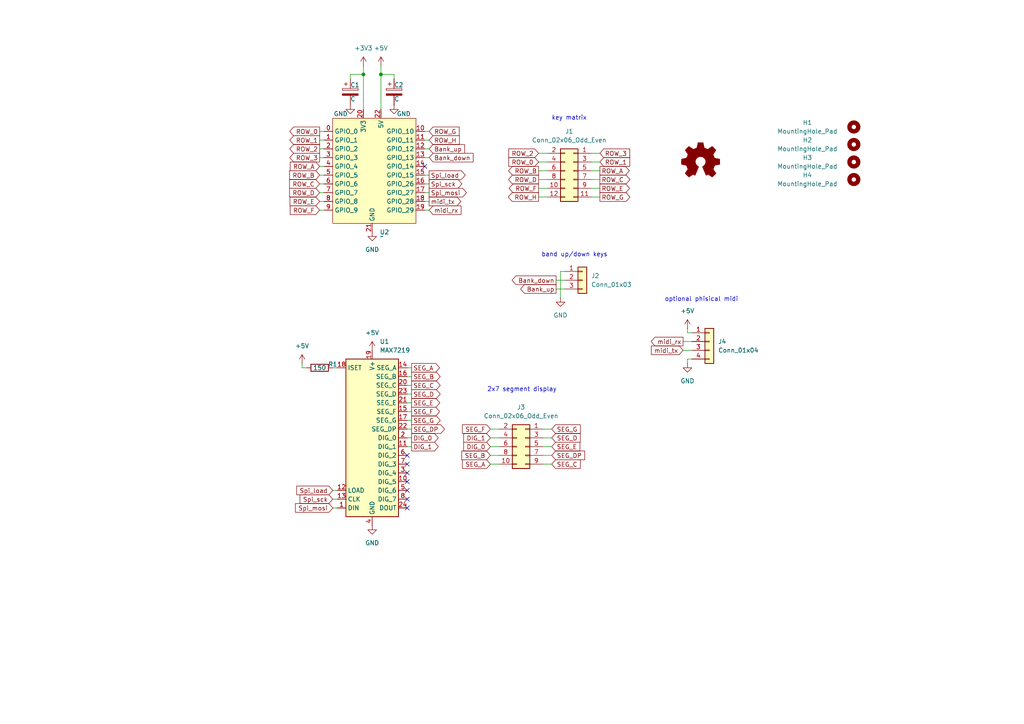
<source format=kicad_sch>
(kicad_sch (version 20231120) (generator "eeschema") (generator_version "8.0")
  (paper "A4")
  (lib_symbols
    (symbol "Connector_Generic:Conn_01x03" (pin_names (offset 1.016) hide)
      (property "Reference" "J" (at 0 5.08 0))
      (property "Value" "Conn_01x03" (at 0 -5.08 0))
      (symbol "Conn_01x03_1_1"
        (rectangle (start -1.27 -2.413) (end 0 -2.667) (stroke (width 0.1524)))
        (rectangle (start -1.27 0.127) (end 0 -0.127) (stroke (width 0.1524)))
        (rectangle (start -1.27 2.667) (end 0 2.413) (stroke (width 0.1524)))
        (rectangle (start -1.27 3.81) (end 1.27 -3.81) (stroke (width 0.254)) (fill (type background)))
        (pin passive line (at -5.08 2.54 0) (length 3.81) (name "Pin_1") (number "1"))
        (pin passive line (at -5.08 0 0) (length 3.81) (name "Pin_2") (number "2"))
        (pin passive line (at -5.08 -2.54 0) (length 3.81) (name "Pin_3") (number "3"))
      )
    )
    (symbol "Connector_Generic:Conn_01x04" (pin_names (offset 1.016) hide)
      (property "Reference" "J" (at 0 5.08 0))
      (property "Value" "Conn_01x04" (at 0 -7.62 0))
      (symbol "Conn_01x04_1_1"
        (rectangle (start -1.27 -4.953) (end 0 -5.207) (stroke (width 0.1524)))
        (rectangle (start -1.27 -2.413) (end 0 -2.667) (stroke (width 0.1524)))
        (rectangle (start -1.27 0.127) (end 0 -0.127) (stroke (width 0.1524)))
        (rectangle (start -1.27 2.667) (end 0 2.413) (stroke (width 0.1524)))
        (rectangle (start -1.27 3.81) (end 1.27 -6.35) (stroke (width 0.254)) (fill (type background)))
        (pin passive line (at -5.08 2.54 0) (length 3.81) (name "Pin_1") (number "1"))
        (pin passive line (at -5.08 0 0) (length 3.81) (name "Pin_2") (number "2"))
        (pin passive line (at -5.08 -2.54 0) (length 3.81) (name "Pin_3") (number "3"))
        (pin passive line (at -5.08 -5.08 0) (length 3.81) (name "Pin_4") (number "4"))
      )
    )
    (symbol "Connector_Generic:Conn_02x05_Odd_Even" (pin_names (offset 1.016) hide)
      (property "Reference" "J" (at 1.27 7.62 0))
      (property "Value" "Conn_02x05_Odd_Even" (at 1.27 -7.62 0))
      (symbol "Conn_02x05_Odd_Even_1_1"
        (rectangle (start -1.27 -4.953) (end 0 -5.207) (stroke (width 0.1524)))
        (rectangle (start -1.27 -2.413) (end 0 -2.667) (stroke (width 0.1524)))
        (rectangle (start -1.27 0.127) (end 0 -0.127) (stroke (width 0.1524)))
        (rectangle (start -1.27 2.667) (end 0 2.413) (stroke (width 0.1524)))
        (rectangle (start -1.27 5.207) (end 0 4.953) (stroke (width 0.1524)))
        (rectangle (start -1.27 6.35) (end 3.81 -6.35) (stroke (width 0.254)) (fill (type background)))
        (rectangle (start 3.81 -4.953) (end 2.54 -5.207) (stroke (width 0.1524)))
        (rectangle (start 3.81 -2.413) (end 2.54 -2.667) (stroke (width 0.1524)))
        (rectangle (start 3.81 0.127) (end 2.54 -0.127) (stroke (width 0.1524)))
        (rectangle (start 3.81 2.667) (end 2.54 2.413) (stroke (width 0.1524)))
        (rectangle (start 3.81 5.207) (end 2.54 4.953) (stroke (width 0.1524)))
        (pin passive line (at -5.08 5.08 0) (length 3.81) (name "Pin_1") (number "1"))
        (pin passive line (at 7.62 -5.08 180) (length 3.81) (name "Pin_10") (number "10"))
        (pin passive line (at 7.62 5.08 180) (length 3.81) (name "Pin_2") (number "2"))
        (pin passive line (at -5.08 2.54 0) (length 3.81) (name "Pin_3") (number "3"))
        (pin passive line (at 7.62 2.54 180) (length 3.81) (name "Pin_4") (number "4"))
        (pin passive line (at -5.08 0 0) (length 3.81) (name "Pin_5") (number "5"))
        (pin passive line (at 7.62 0 180) (length 3.81) (name "Pin_6") (number "6"))
        (pin passive line (at -5.08 -2.54 0) (length 3.81) (name "Pin_7") (number "7"))
        (pin passive line (at 7.62 -2.54 180) (length 3.81) (name "Pin_8") (number "8"))
        (pin passive line (at -5.08 -5.08 0) (length 3.81) (name "Pin_9") (number "9"))
      )
    )
    (symbol "Connector_Generic:Conn_02x06_Odd_Even" (pin_names (offset 1.016) hide)
      (property "Reference" "J" (at 1.27 7.62 0))
      (property "Value" "Conn_02x06_Odd_Even" (at 1.27 -10.16 0))
      (symbol "Conn_02x06_Odd_Even_1_1"
        (rectangle (start -1.27 -7.493) (end 0 -7.747) (stroke (width 0.1524)))
        (rectangle (start -1.27 -4.953) (end 0 -5.207) (stroke (width 0.1524)))
        (rectangle (start -1.27 -2.413) (end 0 -2.667) (stroke (width 0.1524)))
        (rectangle (start -1.27 0.127) (end 0 -0.127) (stroke (width 0.1524)))
        (rectangle (start -1.27 2.667) (end 0 2.413) (stroke (width 0.1524)))
        (rectangle (start -1.27 5.207) (end 0 4.953) (stroke (width 0.1524)))
        (rectangle (start -1.27 6.35) (end 3.81 -8.89) (stroke (width 0.254)) (fill (type background)))
        (rectangle (start 3.81 -7.493) (end 2.54 -7.747) (stroke (width 0.1524)))
        (rectangle (start 3.81 -4.953) (end 2.54 -5.207) (stroke (width 0.1524)))
        (rectangle (start 3.81 -2.413) (end 2.54 -2.667) (stroke (width 0.1524)))
        (rectangle (start 3.81 0.127) (end 2.54 -0.127) (stroke (width 0.1524)))
        (rectangle (start 3.81 2.667) (end 2.54 2.413) (stroke (width 0.1524)))
        (rectangle (start 3.81 5.207) (end 2.54 4.953) (stroke (width 0.1524)))
        (pin passive line (at -5.08 5.08 0) (length 3.81) (name "Pin_1") (number "1"))
        (pin passive line (at 7.62 -5.08 180) (length 3.81) (name "Pin_10") (number "10"))
        (pin passive line (at -5.08 -7.62 0) (length 3.81) (name "Pin_11") (number "11"))
        (pin passive line (at 7.62 -7.62 180) (length 3.81) (name "Pin_12") (number "12"))
        (pin passive line (at 7.62 5.08 180) (length 3.81) (name "Pin_2") (number "2"))
        (pin passive line (at -5.08 2.54 0) (length 3.81) (name "Pin_3") (number "3"))
        (pin passive line (at 7.62 2.54 180) (length 3.81) (name "Pin_4") (number "4"))
        (pin passive line (at -5.08 0 0) (length 3.81) (name "Pin_5") (number "5"))
        (pin passive line (at 7.62 0 180) (length 3.81) (name "Pin_6") (number "6"))
        (pin passive line (at -5.08 -2.54 0) (length 3.81) (name "Pin_7") (number "7"))
        (pin passive line (at 7.62 -2.54 180) (length 3.81) (name "Pin_8") (number "8"))
        (pin passive line (at -5.08 -5.08 0) (length 3.81) (name "Pin_9") (number "9"))
      )
    )
    (symbol "Device:C_Polarized" (pin_numbers hide) (pin_names (offset 0.254))
      (property "Reference" "C" (at 0.635 2.54 0))
      (property "Value" "C_Polarized" (at 0.635 -2.54 0))
      (symbol "C_Polarized_0_1"
        (rectangle (start -2.286 0.508) (end 2.286 1.016))
        (polyline (pts (xy -1.778 2.286) (xy -0.762 2.286)))
        (polyline (pts (xy -1.27 2.794) (xy -1.27 1.778)))
        (rectangle (start 2.286 -0.508) (end -2.286 -1.016) (fill (type outline)))
      )
      (symbol "C_Polarized_1_1"
        (pin passive line (at 0 3.81 270) (length 2.794) (name "~") (number "1"))
        (pin passive line (at 0 -3.81 90) (length 2.794) (name "~") (number "2"))
      )
    )
    (symbol "Device:R" (pin_numbers hide) (pin_names (offset 0))
      (property "Reference" "R" (at 2.032 0 90))
      (property "Value" "R" (at 0 0 90))
      (symbol "R_0_1"
        (rectangle (start -1.016 -2.54) (end 1.016 2.54) (stroke (width 0.254)))
      )
      (symbol "R_1_1"
        (pin passive line (at 0 3.81 270) (length 1.27) (name "~") (number "1"))
        (pin passive line (at 0 -3.81 90) (length 1.27) (name "~") (number "2"))
      )
    )
    (symbol "Driver_LED:MAX7219"
      (property "Reference" "U" (at -6.35 24.13 0))
      (property "Value" "MAX7219" (at 1.27 25.4 0))
      (symbol "MAX7219_0_1"
        (rectangle (start -7.62 22.86) (end 7.62 -22.86) (stroke (width 0.254)) (fill (type background)))
      )
      (symbol "MAX7219_1_1"
        (pin input line (at -10.16 -20.32 0) (length 2.54) (name "DIN") (number "1"))
        (pin output line (at 10.16 -12.7 180) (length 2.54) (name "DIG_5") (number "10"))
        (pin output line (at 10.16 -2.54 180) (length 2.54) (name "DIG_1") (number "11"))
        (pin input line (at -10.16 -15.24 0) (length 2.54) (name "LOAD") (number "12"))
        (pin input line (at -10.16 -17.78 0) (length 2.54) (name "CLK") (number "13"))
        (pin output line (at 10.16 20.32 180) (length 2.54) (name "SEG_A") (number "14"))
        (pin output line (at 10.16 7.62 180) (length 2.54) (name "SEG_F") (number "15"))
        (pin output line (at 10.16 17.78 180) (length 2.54) (name "SEG_B") (number "16"))
        (pin output line (at 10.16 5.08 180) (length 2.54) (name "SEG_G") (number "17"))
        (pin input line (at -10.16 20.32 0) (length 2.54) (name "ISET") (number "18"))
        (pin power_in line (at 0 25.4 270) (length 2.54) (name "V+") (number "19"))
        (pin output line (at 10.16 0 180) (length 2.54) (name "DIG_0") (number "2"))
        (pin output line (at 10.16 15.24 180) (length 2.54) (name "SEG_C") (number "20"))
        (pin output line (at 10.16 10.16 180) (length 2.54) (name "SEG_E") (number "21"))
        (pin output line (at 10.16 2.54 180) (length 2.54) (name "SEG_DP") (number "22"))
        (pin output line (at 10.16 12.7 180) (length 2.54) (name "SEG_D") (number "23"))
        (pin output line (at 10.16 -20.32 180) (length 2.54) (name "DOUT") (number "24"))
        (pin output line (at 10.16 -10.16 180) (length 2.54) (name "DIG_4") (number "3"))
        (pin power_in line (at 0 -25.4 90) (length 2.54) (name "GND") (number "4"))
        (pin output line (at 10.16 -15.24 180) (length 2.54) (name "DIG_6") (number "5"))
        (pin output line (at 10.16 -5.08 180) (length 2.54) (name "DIG_2") (number "6"))
        (pin output line (at 10.16 -7.62 180) (length 2.54) (name "DIG_3") (number "7"))
        (pin output line (at 10.16 -17.78 180) (length 2.54) (name "DIG_7") (number "8"))
        (pin passive line (at 0 -25.4 90) (length 2.54) hide (name "GND") (number "9"))
      )
    )
    (symbol "Graphic:Logo_Open_Hardware_Small" (in_bom no) (on_board no)
      (symbol "Logo_Open_Hardware_Small_0_1"
        (polyline (pts (xy 3.3528 -4.3434) (xy 3.302 -4.318) (xy 3.175 -4.2418) (xy 2.9972 -4.1148) (xy 2.7686 -3.9624) (xy 2.54 -3.81) (xy 2.3622 -3.7084) (xy 2.2352 -3.6068) (xy 2.1844 -3.5814) (xy 2.159 -3.6068) (xy 2.0574 -3.6576) (xy 1.905 -3.7338) (xy 1.8034 -3.7846) (xy 1.6764 -3.8354) (xy 1.6002 -3.8354) (xy 1.6002 -3.8354) (xy 1.5494 -3.7338) (xy 1.4732 -3.5306) (xy 1.3462 -3.302) (xy 1.2446 -3.0226) (xy 1.1176 -2.7178) (xy 0.9652 -2.413) (xy 0.8636 -2.1082) (xy 0.7366 -1.8288) (xy 0.6604 -1.6256) (xy 0.6096 -1.4732) (xy 0.5842 -1.397) (xy 0.5842 -1.397) (xy 0.6604 -1.3208) (xy 0.7874 -1.2446) (xy 1.0414 -1.016) (xy 1.2954 -0.6858) (xy 1.4478 -0.3302) (xy 1.524 0.0762) (xy 1.4732 0.4572) (xy 1.3208 0.8128) (xy 1.0668 1.143) (xy 0.762 1.3716) (xy 0.4064 1.524) (xy 0 1.5748) (xy -0.381 1.5494) (xy -0.7366 1.397) (xy -1.0668 1.143) (xy -1.2192 0.9906) (xy -1.397 0.6604) (xy -1.524 0.3048) (xy -1.524 0.2286) (xy -1.4986 -0.1778) (xy -1.397 -0.5334) (xy -1.1938 -0.8636) (xy -0.9144 -1.143) (xy -0.8636 -1.1684) (xy -0.7366 -1.27) (xy -0.635 -1.3462) (xy -0.5842 -1.397) (xy -1.0668 -2.5908) (xy -1.143 -2.794) (xy -1.2954 -3.1242) (xy -1.397 -3.4036) (xy -1.4986 -3.6322) (xy -1.5748 -3.7846) (xy -1.6002 -3.8354) (xy -1.6002 -3.8354) (xy -1.651 -3.8354) (xy -1.7272 -3.81) (xy -1.905 -3.7338) (xy -2.0066 -3.683) (xy -2.1336 -3.6068) (xy -2.2098 -3.5814) (xy -2.2606 -3.6068) (xy -2.3622 -3.683) (xy -2.54 -3.81) (xy -2.7686 -3.9624) (xy -2.9718 -4.0894) (xy -3.1496 -4.2164) (xy -3.302 -4.318) (xy -3.3528 -4.3434) (xy -3.3782 -4.3434) (xy -3.429 -4.318) (xy -3.5306 -4.2164) (xy -3.7084 -4.064) (xy -3.937 -3.8354) (xy -3.9624 -3.81) (xy -4.1656 -3.6068) (xy -4.318 -3.4544) (xy -4.4196 -3.3274) (xy -4.445 -3.2766) (xy -4.445 -3.2766) (xy -4.4196 -3.2258) (xy -4.318 -3.0734) (xy -4.2164 -2.8956) (xy -4.064 -2.667) (xy -3.6576 -2.0828) (xy -3.8862 -1.5494) (xy -3.937 -1.3716) (xy -4.0386 -1.1684) (xy -4.0894 -1.0414) (xy -4.1148 -0.9652) (xy -4.191 -0.9398) (xy -4.318 -0.9144) (xy -4.5466 -0.8636) (xy -4.8006 -0.8128) (xy -5.0546 -0.7874) (xy -5.2578 -0.7366) (xy -5.4356 -0.7112) (xy -5.5118 -0.6858) (xy -5.5118 -0.6858) (xy -5.5372 -0.635) (xy -5.5372 -0.5588) (xy -5.5372 -0.4318) (xy -5.5626 -0.2286) (xy -5.5626 0.0762) (xy -5.5626 0.127) (xy -5.5372 0.4064) (xy -5.5372 0.635) (xy -5.5372 0.762) (xy -5.5372 0.8382) (xy -5.5372 0.8382) (xy -5.461 0.8382) (xy -5.3086 0.889) (xy -5.08 0.9144) (xy -4.826 0.9652) (xy -4.8006 0.9906) (xy -4.5466 1.0414) (xy -4.318 1.0668) (xy -4.1656 1.1176) (xy -4.0894 1.143) (xy -4.0894 1.143) (xy -4.0386 1.2446) (xy -3.9624 1.4224) (xy -3.8608 1.6256) (xy -3.7846 1.8288) (xy -3.7084 2.0066) (xy -3.6576 2.159) (xy -3.6322 2.2098) (xy -3.6322 2.2098) (xy -3.683 2.286) (xy -3.7592 2.413) (xy -3.8862 2.5908) (xy -4.064 2.8194) (xy -4.064 2.8448) (xy -4.2164 3.0734) (xy -4.3434 3.2512) (xy -4.4196 3.3782) (xy -4.445 3.4544) (xy -4.445 3.4544) (xy -4.3942 3.5052) (xy -4.2926 3.6322) (xy -4.1148 3.81) (xy -3.937 4.0132) (xy -3.8608 4.064) (xy -3.6576 4.2926) (xy -3.5052 4.4196) (xy -3.4036 4.4958) (xy -3.3528 4.5212) (xy -3.3528 4.5212) (xy -3.302 4.4704) (xy -3.1496 4.3688) (xy -2.9718 4.2418) (xy -2.7432 4.0894) (xy -2.7178 4.0894) (xy -2.4892 3.937) (xy -2.3114 3.81) (xy -2.1844 3.7084) (xy -2.1336 3.683) (xy -2.1082 3.683) (xy -2.032 3.7084) (xy -1.8542 3.7592) (xy -1.6764 3.8354) (xy -1.4732 3.937) (xy -1.27 4.0132) (xy -1.143 4.064) (xy -1.0668 4.1148) (xy -1.0668 4.1148) (xy -1.0414 4.191) (xy -1.016 4.3434) (xy -0.9652 4.572) (xy -0.9144 4.8514) (xy -0.889 4.9022) (xy -0.8382 5.1562) (xy -0.8128 5.3848) (xy -0.7874 5.5372) (xy -0.762 5.588) (xy -0.7112 5.6134) (xy -0.5842 5.6134) (xy -0.4064 5.6134) (xy -0.1524 5.6134) (xy 0.0762 5.6134) (xy 0.3302 5.6134) (xy 0.5334 5.6134) (xy 0.6858 5.588) (xy 0.7366 5.588) (xy 0.7366 5.588) (xy 0.762 5.5118) (xy 0.8128 5.334) (xy 0.8382 5.1054) (xy 0.9144 4.826) (xy 0.9144 4.7752) (xy 0.9652 4.5212) (xy 1.016 4.2926) (xy 1.0414 4.1402) (xy 1.0668 4.0894) (xy 1.0668 4.0894) (xy 1.1938 4.0386) (xy 1.3716 3.9624) (xy 1.5748 3.8608) (xy 2.0828 3.6576) (xy 2.7178 4.0894) (xy 2.7686 4.1402) (xy 2.9972 4.2926) (xy 3.175 4.4196) (xy 3.302 4.4958) (xy 3.3782 4.5212) (xy 3.3782 4.5212) (xy 3.429 4.4704) (xy 3.556 4.3434) (xy 3.7338 4.191) (xy 3.9116 3.9878) (xy 4.064 3.8354) (xy 4.2418 3.6576) (xy 4.3434 3.556) (xy 4.4196 3.4798) (xy 4.4196 3.429) (xy 4.4196 3.4036) (xy 4.3942 3.3274) (xy 4.2926 3.2004) (xy 4.1656 2.9972) (xy 4.0132 2.794) (xy 3.8862 2.5908) (xy 3.7592 2.3876) (xy 3.6576 2.2352) (xy 3.6322 2.159) (xy 3.6322 2.1336) (xy 3.683 2.0066) (xy 3.7592 1.8288) (xy 3.8608 1.6002) (xy 4.064 1.1176) (xy 4.3942 1.0414) (xy 4.5974 1.016) (xy 4.8768 0.9652) (xy 5.1308 0.9144) (xy 5.5372 0.8382) (xy 5.5626 -0.6604) (xy 5.4864 -0.6858) (xy 5.4356 -0.6858) (xy 5.2832 -0.7366) (xy 5.0546 -0.762) (xy 4.8006 -0.8128) (xy 4.5974 -0.8636) (xy 4.3688 -0.9144) (xy 4.2164 -0.9398) (xy 4.1402 -0.9398) (xy 4.1148 -0.9652) (xy 4.064 -1.0668) (xy 3.9878 -1.2446) (xy 3.9116 -1.4478) (xy 3.81 -1.651) (xy 3.7338 -1.8542) (xy 3.683 -2.0066) (xy 3.6576 -2.0828) (xy 3.683 -2.1336) (xy 3.7846 -2.2606) (xy 3.8862 -2.4638) (xy 4.0386 -2.667) (xy 4.191 -2.8956) (xy 4.318 -3.0734) (xy 4.3942 -3.2004) (xy 4.445 -3.2766) (xy 4.4196 -3.3274) (xy 4.3434 -3.429) (xy 4.1656 -3.5814) (xy 3.937 -3.8354) (xy 3.8862 -3.8608) (xy 3.683 -4.064) (xy 3.5306 -4.2164) (xy 3.4036 -4.318) (xy 3.3528 -4.3434)) (fill (type outline)))
      )
    )
    (symbol "Mechanical:MountingHole" (pin_names (offset 1.016)) (exclude_from_sim yes) (in_bom no)
      (property "Reference" "H" (at 0 5.08 0))
      (property "Value" "MountingHole" (at 0 3.175 0))
      (symbol "MountingHole_0_1"
        (circle (center 0 0) (radius 1.27) (stroke (width 1.27)))
      )
    )
    (symbol "power:+3V3" (power) (pin_numbers hide) (pin_names (offset 0) hide)
      (property "Value" "+3V3" (at 0 3.556 0))
      (symbol "+3V3_0_1"
        (polyline (pts (xy -0.762 1.27) (xy 0 2.54)))
        (polyline (pts (xy 0 0) (xy 0 2.54)))
        (polyline (pts (xy 0 2.54) (xy 0.762 1.27)))
      )
      (symbol "+3V3_1_1"
        (pin power_in line (at 0 0 90) (length 0) (name "~") (number "1"))
      )
    )
    (symbol "power:+5V" (power) (pin_numbers hide) (pin_names (offset 0) hide)
      (property "Value" "+5V" (at 0 3.556 0))
      (symbol "+5V_0_1"
        (polyline (pts (xy -0.762 1.27) (xy 0 2.54)))
        (polyline (pts (xy 0 0) (xy 0 2.54)))
        (polyline (pts (xy 0 2.54) (xy 0.762 1.27)))
      )
      (symbol "+5V_1_1"
        (pin power_in line (at 0 0 90) (length 0) (name "~") (number "1"))
      )
    )
    (symbol "power:GND" (power) (pin_numbers hide) (pin_names (offset 0) hide)
      (property "Value" "GND" (at 0 -3.81 0))
      (symbol "GND_0_1"
        (polyline (pts (xy 0 0) (xy 0 -1.27) (xy 1.27 -1.27) (xy 0 -2.54) (xy -1.27 -1.27) (xy 0 -1.27)))
      )
      (symbol "GND_1_1"
        (pin power_in line (at 0 0 270) (length 0) (name "~") (number "1"))
      )
    )
    (symbol "simple-midi-controller:RP2040-zero"
      (property "Reference" "U" (at 11.176 16.51 0))
      (symbol "RP2040-zero_0_0"
        (pin bidirectional line (at -13.97 11.43 0) (length 2.54) (name "GPIO_0") (number "0"))
        (pin bidirectional line (at -13.97 8.89 0) (length 2.54) (name "GPIO_1") (number "1"))
        (pin bidirectional line (at 15.24 11.43 180) (length 2.54) (name "GPIO_10") (number "10"))
        (pin bidirectional line (at 15.24 8.89 180) (length 2.54) (name "GPIO_11") (number "11"))
        (pin bidirectional line (at 15.24 6.35 180) (length 2.54) (name "GPIO_12") (number "12"))
        (pin bidirectional line (at 15.24 3.81 180) (length 2.54) (name "GPIO_13") (number "13"))
        (pin bidirectional line (at 15.24 1.27 180) (length 2.54) (name "GPIO_14") (number "14"))
        (pin bidirectional line (at 15.24 -1.27 180) (length 2.54) (name "GPIO_15") (number "15"))
        (pin bidirectional line (at 15.24 -3.81 180) (length 2.54) (name "GPIO_26") (number "16"))
        (pin bidirectional line (at 15.24 -6.35 180) (length 2.54) (name "GPIO_27") (number "17"))
        (pin bidirectional line (at 15.24 -8.89 180) (length 2.54) (name "GPIO_28") (number "18"))
        (pin bidirectional line (at 15.24 -11.43 180) (length 2.54) (name "GPIO_29") (number "19"))
        (pin bidirectional line (at -13.97 6.35 0) (length 2.54) (name "GPIO_2") (number "2"))
        (pin power_in line (at -2.54 17.78 270) (length 2.54) (name "3V3") (number "20"))
        (pin power_in line (at 0 -17.78 90) (length 2.54) (name "GND") (number "21"))
        (pin power_in line (at 2.54 17.78 270) (length 2.54) (name "5V") (number "22"))
        (pin bidirectional line (at -13.97 3.81 0) (length 2.54) (name "GPIO_3") (number "3"))
        (pin bidirectional line (at -13.97 1.27 0) (length 2.54) (name "GPIO_4") (number "4"))
        (pin bidirectional line (at -13.97 -1.27 0) (length 2.54) (name "GPIO_5") (number "5"))
        (pin bidirectional line (at -13.97 -3.81 0) (length 2.54) (name "GPIO_6") (number "6"))
        (pin bidirectional line (at -13.97 -6.35 0) (length 2.54) (name "GPIO_7") (number "7"))
        (pin bidirectional line (at -13.97 -8.89 0) (length 2.54) (name "GPIO_8") (number "8"))
        (pin bidirectional line (at -13.97 -11.43 0) (length 2.54) (name "GPIO_9") (number "9"))
      )
      (symbol "RP2040-zero_1_1"
        (rectangle (start -11.43 15.24) (end 12.7 -15.24) (fill (type background)))
      )
    )
  )
  (junction (at 105.41 21.59))
  (junction (at 110.49 21.59))
  (no_connect (at 118.11 147.32))
  (no_connect (at 118.11 139.7))
  (no_connect (at 118.11 137.16))
  (no_connect (at 118.11 142.24))
  (no_connect (at 118.11 134.62))
  (no_connect (at 118.11 144.78))
  (no_connect (at 123.19 48.26))
  (no_connect (at 118.11 132.08))
  (wire (pts (xy 162.56 86.36) (xy 162.56 78.74)))
  (wire (pts (xy 118.11 124.46) (xy 119.38 124.46)))
  (wire (pts (xy 198.12 99.06) (xy 200.66 99.06)))
  (wire (pts (xy 118.11 116.84) (xy 119.38 116.84)))
  (wire (pts (xy 92.71 55.88) (xy 93.98 55.88)))
  (wire (pts (xy 123.19 40.64) (xy 124.46 40.64)))
  (wire (pts (xy 92.71 58.42) (xy 93.98 58.42)))
  (wire (pts (xy 105.41 19.05) (xy 105.41 21.59)))
  (wire (pts (xy 156.21 52.07) (xy 158.75 52.07)))
  (wire (pts (xy 142.24 134.62) (xy 144.78 134.62)))
  (wire (pts (xy 123.19 55.88) (xy 124.46 55.88)))
  (wire (pts (xy 92.71 48.26) (xy 93.98 48.26)))
  (wire (pts (xy 118.11 114.3) (xy 119.38 114.3)))
  (wire (pts (xy 118.11 129.54) (xy 119.38 129.54)))
  (wire (pts (xy 118.11 127) (xy 119.38 127)))
  (wire (pts (xy 162.56 78.74) (xy 163.83 78.74)))
  (wire (pts (xy 161.29 83.82) (xy 163.83 83.82)))
  (wire (pts (xy 171.45 46.99) (xy 173.99 46.99)))
  (wire (pts (xy 118.11 109.22) (xy 119.38 109.22)))
  (wire (pts (xy 156.21 46.99) (xy 158.75 46.99)))
  (wire (pts (xy 142.24 127) (xy 144.78 127)))
  (wire (pts (xy 92.71 38.1) (xy 93.98 38.1)))
  (wire (pts (xy 123.19 53.34) (xy 124.46 53.34)))
  (wire (pts (xy 92.71 43.18) (xy 93.98 43.18)))
  (wire (pts (xy 161.29 81.28) (xy 163.83 81.28)))
  (wire (pts (xy 88.9 106.68) (xy 87.63 106.68)))
  (wire (pts (xy 156.21 49.53) (xy 158.75 49.53)))
  (wire (pts (xy 92.71 60.96) (xy 93.98 60.96)))
  (wire (pts (xy 92.71 50.8) (xy 93.98 50.8)))
  (wire (pts (xy 157.48 134.62) (xy 160.02 134.62)))
  (wire (pts (xy 142.24 129.54) (xy 144.78 129.54)))
  (wire (pts (xy 198.12 101.6) (xy 200.66 101.6)))
  (wire (pts (xy 96.52 144.78) (xy 97.79 144.78)))
  (wire (pts (xy 110.49 19.05) (xy 110.49 21.59)))
  (wire (pts (xy 101.6 22.86) (xy 101.6 21.59)))
  (wire (pts (xy 157.48 132.08) (xy 160.02 132.08)))
  (wire (pts (xy 123.19 38.1) (xy 124.46 38.1)))
  (wire (pts (xy 199.39 96.52) (xy 199.39 95.25)))
  (wire (pts (xy 157.48 127) (xy 160.02 127)))
  (wire (pts (xy 96.52 142.24) (xy 97.79 142.24)))
  (wire (pts (xy 123.19 43.18) (xy 124.46 43.18)))
  (wire (pts (xy 92.71 45.72) (xy 93.98 45.72)))
  (wire (pts (xy 156.21 54.61) (xy 158.75 54.61)))
  (wire (pts (xy 142.24 132.08) (xy 144.78 132.08)))
  (wire (pts (xy 118.11 121.92) (xy 119.38 121.92)))
  (wire (pts (xy 96.52 147.32) (xy 97.79 147.32)))
  (wire (pts (xy 200.66 96.52) (xy 199.39 96.52)))
  (wire (pts (xy 123.19 50.8) (xy 124.46 50.8)))
  (wire (pts (xy 171.45 49.53) (xy 173.99 49.53)))
  (wire (pts (xy 118.11 106.68) (xy 119.38 106.68)))
  (wire (pts (xy 101.6 21.59) (xy 105.41 21.59)))
  (wire (pts (xy 118.11 119.38) (xy 119.38 119.38)))
  (wire (pts (xy 92.71 53.34) (xy 93.98 53.34)))
  (wire (pts (xy 114.3 22.86) (xy 114.3 21.59)))
  (wire (pts (xy 105.41 21.59) (xy 105.41 31.75)))
  (wire (pts (xy 92.71 40.64) (xy 93.98 40.64)))
  (wire (pts (xy 118.11 111.76) (xy 119.38 111.76)))
  (wire (pts (xy 157.48 129.54) (xy 160.02 129.54)))
  (wire (pts (xy 171.45 54.61) (xy 173.99 54.61)))
  (wire (pts (xy 123.19 60.96) (xy 124.46 60.96)))
  (wire (pts (xy 199.39 104.14) (xy 200.66 104.14)))
  (wire (pts (xy 171.45 52.07) (xy 173.99 52.07)))
  (wire (pts (xy 156.21 44.45) (xy 158.75 44.45)))
  (wire (pts (xy 171.45 57.15) (xy 173.99 57.15)))
  (wire (pts (xy 199.39 105.41) (xy 199.39 104.14)))
  (wire (pts (xy 114.3 21.59) (xy 110.49 21.59)))
  (wire (pts (xy 123.19 45.72) (xy 124.46 45.72)))
  (wire (pts (xy 87.63 106.68) (xy 87.63 105.41)))
  (wire (pts (xy 171.45 44.45) (xy 173.99 44.45)))
  (wire (pts (xy 110.49 21.59) (xy 110.49 31.75)))
  (wire (pts (xy 157.48 124.46) (xy 160.02 124.46)))
  (wire (pts (xy 123.19 58.42) (xy 124.46 58.42)))
  (wire (pts (xy 96.52 106.68) (xy 97.79 106.68)))
  (wire (pts (xy 156.21 57.15) (xy 158.75 57.15)))
  (wire (pts (xy 142.24 124.46) (xy 144.78 124.46)))
  (text "2x7 segment display\n" (at 151.384 113.03 0) (effects (font (size 1.27 1.27))))
  (text "optional phisical midi\n" (at 203.454 86.868 0) (effects (font (size 1.27 1.27))))
  (text "band up/down keys" (at 166.624 73.914 0) (effects (font (size 1.27 1.27))))
  (text "key matrix" (at 165.1 34.29 0) (effects (font (size 1.27 1.27))))
  (global_label "midi_tx" (shape output) (at 124.46 58.42 0) (property "Intersheetrefs" "${INTERSHEET_REFS}" (effects (hide yes))))
  (global_label "ROW_D" (shape input) (at 92.71 55.88 180) (property "Intersheetrefs" "${INTERSHEET_REFS}" (effects (hide yes))))
  (global_label "ROW_1" (shape input) (at 173.99 46.99 0) (property "Intersheetrefs" "${INTERSHEET_REFS}" (effects (hide yes))))
  (global_label "ROW_F" (shape input) (at 92.71 60.96 180) (property "Intersheetrefs" "${INTERSHEET_REFS}" (effects (hide yes))))
  (global_label "SEG_G" (shape output) (at 119.38 121.92 0) (property "Intersheetrefs" "${INTERSHEET_REFS}" (effects (hide yes))))
  (global_label "midi_rx" (shape output) (at 198.12 99.06 180) (property "Intersheetrefs" "${INTERSHEET_REFS}" (effects (hide yes))))
  (global_label "Bank_up" (shape input) (at 124.46 43.18 0) (property "Intersheetrefs" "${INTERSHEET_REFS}" (effects (hide yes))))
  (global_label "DIG_1" (shape input) (at 142.24 127 180) (property "Intersheetrefs" "${INTERSHEET_REFS}" (effects (hide yes))))
  (global_label "SEG_B" (shape input) (at 142.24 132.08 180) (property "Intersheetrefs" "${INTERSHEET_REFS}" (effects (hide yes))))
  (global_label "ROW_3" (shape input) (at 173.99 44.45 0) (property "Intersheetrefs" "${INTERSHEET_REFS}" (effects (hide yes))))
  (global_label "Spi_mosi" (shape input) (at 96.52 147.32 180) (property "Intersheetrefs" "${INTERSHEET_REFS}" (effects (hide yes))))
  (global_label "midi_tx" (shape input) (at 198.12 101.6 180) (property "Intersheetrefs" "${INTERSHEET_REFS}" (effects (hide yes))))
  (global_label "SEG_D" (shape input) (at 160.02 127 0) (property "Intersheetrefs" "${INTERSHEET_REFS}" (effects (hide yes))))
  (global_label "ROW_H" (shape input) (at 124.46 40.64 0) (property "Intersheetrefs" "${INTERSHEET_REFS}" (effects (hide yes))))
  (global_label "SEG_C" (shape input) (at 160.02 134.62 0) (property "Intersheetrefs" "${INTERSHEET_REFS}" (effects (hide yes))))
  (global_label "ROW_3" (shape output) (at 92.71 45.72 180) (property "Intersheetrefs" "${INTERSHEET_REFS}" (effects (hide yes))))
  (global_label "ROW_B" (shape input) (at 92.71 50.8 180) (property "Intersheetrefs" "${INTERSHEET_REFS}" (effects (hide yes))))
  (global_label "Bank_up" (shape output) (at 161.29 83.82 180) (property "Intersheetrefs" "${INTERSHEET_REFS}" (effects (hide yes))))
  (global_label "DIG_0" (shape output) (at 119.38 127 0) (property "Intersheetrefs" "${INTERSHEET_REFS}" (effects (hide yes))))
  (global_label "Bank_down" (shape output) (at 161.29 81.28 180) (property "Intersheetrefs" "${INTERSHEET_REFS}" (effects (hide yes))))
  (global_label "ROW_C" (shape input) (at 92.71 53.34 180) (property "Intersheetrefs" "${INTERSHEET_REFS}" (effects (hide yes))))
  (global_label "ROW_0" (shape input) (at 156.21 46.99 180) (property "Intersheetrefs" "${INTERSHEET_REFS}" (effects (hide yes))))
  (global_label "ROW_2" (shape output) (at 92.71 43.18 180) (property "Intersheetrefs" "${INTERSHEET_REFS}" (effects (hide yes))))
  (global_label "DIG_1" (shape output) (at 119.38 129.54 0) (property "Intersheetrefs" "${INTERSHEET_REFS}" (effects (hide yes))))
  (global_label "ROW_1" (shape output) (at 92.71 40.64 180) (property "Intersheetrefs" "${INTERSHEET_REFS}" (effects (hide yes))))
  (global_label "ROW_0" (shape output) (at 92.71 38.1 180) (property "Intersheetrefs" "${INTERSHEET_REFS}" (effects (hide yes))))
  (global_label "Spi_sck" (shape output) (at 124.46 53.34 0) (property "Intersheetrefs" "${INTERSHEET_REFS}" (effects (hide yes))))
  (global_label "ROW_C" (shape output) (at 173.99 52.07 0) (property "Intersheetrefs" "${INTERSHEET_REFS}" (effects (hide yes))))
  (global_label "Spi_load" (shape output) (at 124.46 50.8 0) (property "Intersheetrefs" "${INTERSHEET_REFS}" (effects (hide yes))))
  (global_label "ROW_E" (shape output) (at 173.99 54.61 0) (property "Intersheetrefs" "${INTERSHEET_REFS}" (effects (hide yes))))
  (global_label "SEG_E" (shape output) (at 119.38 116.84 0) (property "Intersheetrefs" "${INTERSHEET_REFS}" (effects (hide yes))))
  (global_label "SEG_G" (shape input) (at 160.02 124.46 0) (property "Intersheetrefs" "${INTERSHEET_REFS}" (effects (hide yes))))
  (global_label "ROW_F" (shape output) (at 156.21 54.61 180) (property "Intersheetrefs" "${INTERSHEET_REFS}" (effects (hide yes))))
  (global_label "SEG_E" (shape input) (at 160.02 129.54 0) (property "Intersheetrefs" "${INTERSHEET_REFS}" (effects (hide yes))))
  (global_label "ROW_A" (shape input) (at 92.71 48.26 180) (property "Intersheetrefs" "${INTERSHEET_REFS}" (effects (hide yes))))
  (global_label "Spi_sck" (shape input) (at 96.52 144.78 180) (property "Intersheetrefs" "${INTERSHEET_REFS}" (effects (hide yes))))
  (global_label "ROW_B" (shape output) (at 156.21 49.53 180) (property "Intersheetrefs" "${INTERSHEET_REFS}" (effects (hide yes))))
  (global_label "ROW_2" (shape input) (at 156.21 44.45 180) (property "Intersheetrefs" "${INTERSHEET_REFS}" (effects (hide yes))))
  (global_label "SEG_F" (shape input) (at 142.24 124.46 180) (property "Intersheetrefs" "${INTERSHEET_REFS}" (effects (hide yes))))
  (global_label "SEG_B" (shape output) (at 119.38 109.22 0) (property "Intersheetrefs" "${INTERSHEET_REFS}" (effects (hide yes))))
  (global_label "ROW_G" (shape output) (at 173.99 57.15 0) (property "Intersheetrefs" "${INTERSHEET_REFS}" (effects (hide yes))))
  (global_label "ROW_H" (shape output) (at 156.21 57.15 180) (property "Intersheetrefs" "${INTERSHEET_REFS}" (effects (hide yes))))
  (global_label "midi_rx" (shape input) (at 124.46 60.96 0) (property "Intersheetrefs" "${INTERSHEET_REFS}" (effects (hide yes))))
  (global_label "Bank_down" (shape input) (at 124.46 45.72 0) (property "Intersheetrefs" "${INTERSHEET_REFS}" (effects (hide yes))))
  (global_label "SEG_DP" (shape output) (at 119.38 124.46 0) (property "Intersheetrefs" "${INTERSHEET_REFS}" (effects (hide yes))))
  (global_label "SEG_A" (shape output) (at 119.38 106.68 0) (property "Intersheetrefs" "${INTERSHEET_REFS}" (effects (hide yes))))
  (global_label "Spi_mosi" (shape output) (at 124.46 55.88 0) (property "Intersheetrefs" "${INTERSHEET_REFS}" (effects (hide yes))))
  (global_label "ROW_E" (shape input) (at 92.71 58.42 180) (property "Intersheetrefs" "${INTERSHEET_REFS}" (effects (hide yes))))
  (global_label "SEG_D" (shape output) (at 119.38 114.3 0) (property "Intersheetrefs" "${INTERSHEET_REFS}" (effects (hide yes))))
  (global_label "ROW_D" (shape output) (at 156.21 52.07 180) (property "Intersheetrefs" "${INTERSHEET_REFS}" (effects (hide yes))))
  (global_label "SEG_C" (shape output) (at 119.38 111.76 0) (property "Intersheetrefs" "${INTERSHEET_REFS}" (effects (hide yes))))
  (global_label "SEG_A" (shape input) (at 142.24 134.62 180) (property "Intersheetrefs" "${INTERSHEET_REFS}" (effects (hide yes))))
  (global_label "ROW_A" (shape output) (at 173.99 49.53 0) (property "Intersheetrefs" "${INTERSHEET_REFS}" (effects (hide yes))))
  (global_label "ROW_G" (shape input) (at 124.46 38.1 0) (property "Intersheetrefs" "${INTERSHEET_REFS}" (effects (hide yes))))
  (global_label "SEG_F" (shape output) (at 119.38 119.38 0) (property "Intersheetrefs" "${INTERSHEET_REFS}" (effects (hide yes))))
  (global_label "SEG_DP" (shape input) (at 160.02 132.08 0) (property "Intersheetrefs" "${INTERSHEET_REFS}" (effects (hide yes))))
  (global_label "DIG_0" (shape input) (at 142.24 129.54 180) (property "Intersheetrefs" "${INTERSHEET_REFS}" (effects (hide yes))))
  (global_label "Spi_load" (shape input) (at 96.52 142.24 180) (property "Intersheetrefs" "${INTERSHEET_REFS}" (effects (hide yes))))
  (symbol (lib_id "Mechanical:MountingHole") (at 247.65 52.07 90) (unit 1) (exclude_from_sim yes) (in_bom no)
    (property "Reference" "H4" (at 234.188 50.8 90))
    (property "Value" "MountingHole_Pad" (at 234.188 53.34 90))
    (property "Footprint" "MountingHole:MountingHole_3.2mm_M3" (effects (hide yes)))
    (property "Description" "Mounting Hole without connection" (effects (hide yes)))
  )
  (symbol (lib_id "Device:C_Polarized") (at 114.3 26.67 0) (unit 1)
    (property "Reference" "C2" (at 114.3 24.638 0) (effects (justify left)))
    (property "Value" "C" (at 114.3 28.702 0) (effects (justify left)))
    (property "Footprint" "Capacitor_THT:CP_Radial_D5.0mm_P2.50mm" (effects (hide yes)))
    (property "Description" "Polarized capacitor" (effects (hide yes)))
  )
  (symbol (lib_id "Connector_Generic:Conn_01x03") (at 168.91 81.28 0) (unit 1)
    (property "Reference" "J2" (at 171.45 80.0099 0) (effects (justify left)))
    (property "Value" "Conn_01x03" (at 171.45 82.5499 0) (effects (justify left)))
    (property "Footprint" "Connector_PinHeader_2.54mm:PinHeader_1x03_P2.54mm_Vertical" (effects (hide yes)))
    (property "Description" "Generic connector, single row, 01x03, script generated (kicad-library-utils/schlib/autogen/connector/)" (effects (hide yes)))
  )
  (symbol (lib_id "power:GND") (at 107.95 152.4 0) (unit 1)
    (property "Reference" "#PWR7" (effects (hide yes)))
    (property "Value" "GND" (at 107.95 157.48 0))
    (property "Description" "Power symbol creates a global label with name \"GND\" , ground" (effects (hide yes)))
  )
  (symbol (lib_id "Device:R") (at 92.71 106.68 90) (unit 1)
    (property "Reference" "R1" (at 96.52 105.664 90))
    (property "Value" "150" (at 92.71 106.68 90))
    (property "Footprint" "Resistor_THT:R_Axial_DIN0207_L6.3mm_D2.5mm_P10.16mm_Horizontal" (effects (hide yes)))
    (property "Description" "Resistor" (effects (hide yes)))
  )
  (symbol (lib_id "Graphic:Logo_Open_Hardware_Small") (at 203.2 46.99 0) (unit 1) (exclude_from_sim yes)
    (property "Reference" "#SYM1" (effects (hide yes)))
    (property "Value" "Logo_Open_Hardware_Small" (effects (hide yes)))
    (property "Footprint" "Symbol:OSHW-Logo2_9.8x8mm_SilkScreen" (effects (hide yes)))
    (property "Description" "Open Hardware logo, small" (effects (hide yes)))
  )
  (symbol (lib_id "power:GND") (at 114.3 30.48 0) (unit 1)
    (property "Reference" "#PWR5" (effects (hide yes)))
    (property "Value" "GND" (at 117.094 33.02 0))
    (property "Description" "Power symbol creates a global label with name \"GND\" , ground" (effects (hide yes)))
  )
  (symbol (lib_id "Mechanical:MountingHole") (at 247.65 36.83 90) (unit 1) (exclude_from_sim yes) (in_bom no)
    (property "Reference" "H1" (at 234.188 35.56 90))
    (property "Value" "MountingHole_Pad" (at 234.188 38.1 90))
    (property "Footprint" "MountingHole:MountingHole_3.2mm_M3" (effects (hide yes)))
    (property "Description" "Mounting Hole without connection" (effects (hide yes)))
  )
  (symbol (lib_id "power:+5V") (at 110.49 19.05 0) (unit 1)
    (property "Reference" "#PWR1" (effects (hide yes)))
    (property "Value" "+5V" (at 110.49 13.97 0))
    (property "Description" "Power symbol creates a global label with name \"+5V\"" (effects (hide yes)))
  )
  (symbol (lib_id "power:+5V") (at 107.95 101.6 0) (unit 1)
    (property "Reference" "#PWR6" (effects (hide yes)))
    (property "Value" "+5V" (at 107.95 96.52 0))
    (property "Description" "Power symbol creates a global label with name \"+5V\"" (effects (hide yes)))
  )
  (symbol (lib_id "power:GND") (at 101.6 30.48 0) (unit 1)
    (property "Reference" "#PWR4" (effects (hide yes)))
    (property "Value" "GND" (at 98.806 33.02 0))
    (property "Description" "Power symbol creates a global label with name \"GND\" , ground" (effects (hide yes)))
  )
  (symbol (lib_id "power:+3V3") (at 105.41 19.05 0) (unit 1)
    (property "Reference" "#PWR2" (effects (hide yes)))
    (property "Value" "+3V3" (at 105.41 13.97 0))
    (property "Description" "Power symbol creates a global label with name \"+3V3\"" (effects (hide yes)))
  )
  (symbol (lib_id "Driver_LED:MAX7219") (at 107.95 127 0) (unit 1)
    (property "Reference" "U1" (at 110.1441 99.06 0) (effects (justify left)))
    (property "Value" "MAX7219" (at 110.1441 101.6 0) (effects (justify left)))
    (property "Footprint" "Package_DIP:DIP-24_W7.62mm_Socket" (effects (hide yes)))
    (property "Datasheet" "https://datasheets.maximintegrated.com/en/ds/MAX7219-MAX7221.pdf" (effects (hide yes)))
    (property "Description" "8-Digit LED Display Driver" (effects (hide yes)))
  )
  (symbol (lib_id "Mechanical:MountingHole") (at 247.65 41.91 90) (unit 1) (exclude_from_sim yes) (in_bom no)
    (property "Reference" "H2" (at 234.188 40.64 90))
    (property "Value" "MountingHole_Pad" (at 234.188 43.18 90))
    (property "Footprint" "MountingHole:MountingHole_3.2mm_M3" (effects (hide yes)))
    (property "Description" "Mounting Hole without connection" (effects (hide yes)))
  )
  (symbol (lib_id "Device:C_Polarized") (at 101.6 26.67 0) (unit 1)
    (property "Reference" "C1" (at 101.6 24.638 0) (effects (justify left)))
    (property "Value" "C" (at 101.6 28.702 0) (effects (justify left)))
    (property "Footprint" "Capacitor_THT:CP_Radial_D5.0mm_P2.50mm" (effects (hide yes)))
    (property "Description" "Polarized capacitor" (effects (hide yes)))
  )
  (symbol (lib_id "Connector_Generic:Conn_02x06_Odd_Even") (at 166.37 49.53 0) (mirror y) (unit 1)
    (property "Reference" "J1" (at 165.1 38.1 0))
    (property "Value" "Conn_02x06_Odd_Even" (at 165.1 40.64 0))
    (property "Footprint" "Connector_PinHeader_2.54mm:PinHeader_2x06_P2.54mm_Vertical" (effects (hide yes)))
    (property "Description" "Generic connector, double row, 02x06, odd/even pin numbering scheme (row 1 odd numbers, row 2 even numbers), script generated (kicad-library-utils/schlib/autogen/connector/)" (effects (hide yes)))
  )
  (symbol (lib_id "simple-midi-controller:RP2040-zero") (at 107.95 49.53 0) (unit 1)
    (property "Reference" "U2" (at 110.1441 67.31 0) (effects (justify left)))
    (property "Value" "~" (at 110.1441 68.58 0) (effects (justify left)))
    (property "Footprint" "simple-midi-controller:RP2040-Zero" (effects (hide yes)))
  )
  (symbol (lib_id "Connector_Generic:Conn_02x05_Odd_Even") (at 152.4 129.54 0) (mirror y) (unit 1)
    (property "Reference" "J3" (at 151.13 118.11 0))
    (property "Value" "Conn_02x06_Odd_Even" (at 151.13 120.65 0))
    (property "Footprint" "Connector_PinHeader_2.54mm:PinHeader_2x05_P2.54mm_Vertical" (effects (hide yes)))
    (property "Description" "Generic connector, double row, 02x05, odd/even pin numbering scheme (row 1 odd numbers, row 2 even numbers), script generated (kicad-library-utils/schlib/autogen/connector/)" (effects (hide yes)))
  )
  (symbol (lib_id "power:+5V") (at 199.39 95.25 0) (unit 1)
    (property "Reference" "#PWR12" (effects (hide yes)))
    (property "Value" "+5V" (at 199.39 90.17 0))
    (property "Description" "Power symbol creates a global label with name \"+5V\"" (effects (hide yes)))
  )
  (symbol (lib_id "Connector_Generic:Conn_01x04") (at 205.74 99.06 0) (unit 1)
    (property "Reference" "J4" (at 208.28 99.0599 0) (effects (justify left)))
    (property "Value" "Conn_01x04" (at 208.28 101.5999 0) (effects (justify left)))
    (property "Footprint" "Connector_PinHeader_2.54mm:PinHeader_1x04_P2.54mm_Vertical" (effects (hide yes)))
    (property "Description" "Generic connector, single row, 01x04, script generated (kicad-library-utils/schlib/autogen/connector/)" (effects (hide yes)))
  )
  (symbol (lib_id "power:GND") (at 162.56 86.36 0) (unit 1)
    (property "Reference" "#PWR8" (effects (hide yes)))
    (property "Value" "GND" (at 162.56 91.44 0))
    (property "Description" "Power symbol creates a global label with name \"GND\" , ground" (effects (hide yes)))
  )
  (symbol (lib_id "power:GND") (at 199.39 105.41 0) (unit 1)
    (property "Reference" "#PWR11" (effects (hide yes)))
    (property "Value" "GND" (at 199.39 110.49 0))
    (property "Description" "Power symbol creates a global label with name \"GND\" , ground" (effects (hide yes)))
  )
  (symbol (lib_id "power:+5V") (at 87.63 105.41 0) (unit 1)
    (property "Reference" "#PWR9" (effects (hide yes)))
    (property "Value" "+5V" (at 87.63 100.33 0))
    (property "Description" "Power symbol creates a global label with name \"+5V\"" (effects (hide yes)))
  )
  (symbol (lib_id "power:GND") (at 107.95 67.31 0) (unit 1)
    (property "Reference" "#PWR3" (effects (hide yes)))
    (property "Value" "GND" (at 107.95 72.39 0))
    (property "Description" "Power symbol creates a global label with name \"GND\" , ground" (effects (hide yes)))
  )
  (symbol (lib_id "Mechanical:MountingHole") (at 247.65 46.99 90) (unit 1) (exclude_from_sim yes) (in_bom no)
    (property "Reference" "H3" (at 234.188 45.72 90))
    (property "Value" "MountingHole_Pad" (at 234.188 48.26 90))
    (property "Footprint" "MountingHole:MountingHole_3.2mm_M3" (effects (hide yes)))
    (property "Description" "Mounting Hole without connection" (effects (hide yes)))
  )
)
</source>
